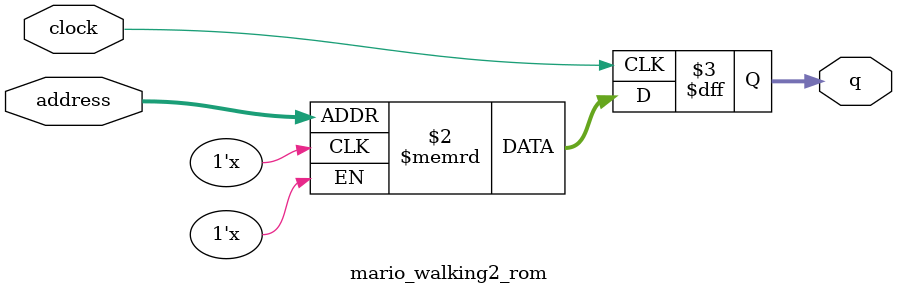
<source format=sv>
module mario_walking2_rom (
	input logic clock,
	input logic [7:0] address,
	output logic [1:0] q
);

logic [1:0] memory [0:255] /* synthesis ram_init_file = "./mario_walking2/mario_walking2.mif" */;

always_ff @ (posedge clock) begin
	q <= memory[address];
end

endmodule

</source>
